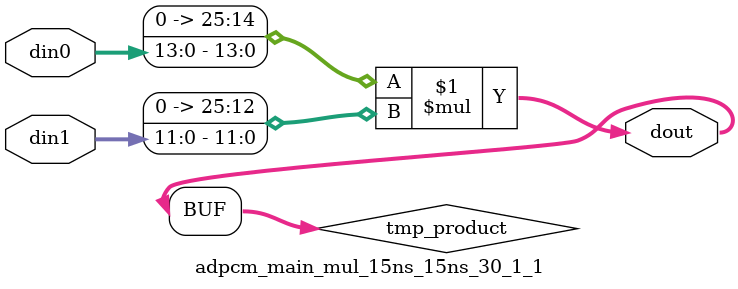
<source format=v>

`timescale 1 ns / 1 ps

  module adpcm_main_mul_15ns_15ns_30_1_1(din0, din1, dout);
parameter ID = 1;
parameter NUM_STAGE = 0;
parameter din0_WIDTH = 14;
parameter din1_WIDTH = 12;
parameter dout_WIDTH = 26;

input [din0_WIDTH - 1 : 0] din0; 
input [din1_WIDTH - 1 : 0] din1; 
output [dout_WIDTH - 1 : 0] dout;

wire signed [dout_WIDTH - 1 : 0] tmp_product;










assign tmp_product = $signed({1'b0, din0}) * $signed({1'b0, din1});











assign dout = tmp_product;







endmodule

</source>
